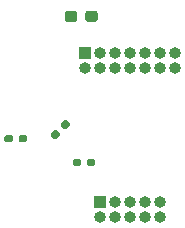
<source format=gbr>
%TF.GenerationSoftware,KiCad,Pcbnew,(5.1.8)-1*%
%TF.CreationDate,2021-11-17T13:18:44-05:00*%
%TF.ProjectId,impedance_measurement,696d7065-6461-46e6-9365-5f6d65617375,rev?*%
%TF.SameCoordinates,Original*%
%TF.FileFunction,Soldermask,Bot*%
%TF.FilePolarity,Negative*%
%FSLAX46Y46*%
G04 Gerber Fmt 4.6, Leading zero omitted, Abs format (unit mm)*
G04 Created by KiCad (PCBNEW (5.1.8)-1) date 2021-11-17 13:18:44*
%MOMM*%
%LPD*%
G01*
G04 APERTURE LIST*
%ADD10O,1.000000X1.000000*%
%ADD11R,1.000000X1.000000*%
G04 APERTURE END LIST*
%TO.C,R10*%
G36*
G01*
X122060000Y-115680000D02*
X122060000Y-116000000D01*
G75*
G02*
X121900000Y-116160000I-160000J0D01*
G01*
X121505000Y-116160000D01*
G75*
G02*
X121345000Y-116000000I0J160000D01*
G01*
X121345000Y-115680000D01*
G75*
G02*
X121505000Y-115520000I160000J0D01*
G01*
X121900000Y-115520000D01*
G75*
G02*
X122060000Y-115680000I0J-160000D01*
G01*
G37*
G36*
G01*
X123255000Y-115680000D02*
X123255000Y-116000000D01*
G75*
G02*
X123095000Y-116160000I-160000J0D01*
G01*
X122700000Y-116160000D01*
G75*
G02*
X122540000Y-116000000I0J160000D01*
G01*
X122540000Y-115680000D01*
G75*
G02*
X122700000Y-115520000I160000J0D01*
G01*
X123095000Y-115520000D01*
G75*
G02*
X123255000Y-115680000I0J-160000D01*
G01*
G37*
%TD*%
%TO.C,R9*%
G36*
G01*
X128320000Y-118010000D02*
X128320000Y-117690000D01*
G75*
G02*
X128480000Y-117530000I160000J0D01*
G01*
X128875000Y-117530000D01*
G75*
G02*
X129035000Y-117690000I0J-160000D01*
G01*
X129035000Y-118010000D01*
G75*
G02*
X128875000Y-118170000I-160000J0D01*
G01*
X128480000Y-118170000D01*
G75*
G02*
X128320000Y-118010000I0J160000D01*
G01*
G37*
G36*
G01*
X127125000Y-118010000D02*
X127125000Y-117690000D01*
G75*
G02*
X127285000Y-117530000I160000J0D01*
G01*
X127680000Y-117530000D01*
G75*
G02*
X127840000Y-117690000I0J-160000D01*
G01*
X127840000Y-118010000D01*
G75*
G02*
X127680000Y-118170000I-160000J0D01*
G01*
X127285000Y-118170000D01*
G75*
G02*
X127125000Y-118010000I0J160000D01*
G01*
G37*
%TD*%
%TO.C,R7*%
G36*
G01*
X125797158Y-115116568D02*
X126023432Y-115342842D01*
G75*
G02*
X126023432Y-115569116I-113137J-113137D01*
G01*
X125744124Y-115848424D01*
G75*
G02*
X125517850Y-115848424I-113137J113137D01*
G01*
X125291576Y-115622150D01*
G75*
G02*
X125291576Y-115395876I113137J113137D01*
G01*
X125570884Y-115116568D01*
G75*
G02*
X125797158Y-115116568I113137J-113137D01*
G01*
G37*
G36*
G01*
X126642150Y-114271576D02*
X126868424Y-114497850D01*
G75*
G02*
X126868424Y-114724124I-113137J-113137D01*
G01*
X126589116Y-115003432D01*
G75*
G02*
X126362842Y-115003432I-113137J113137D01*
G01*
X126136568Y-114777158D01*
G75*
G02*
X126136568Y-114550884I113137J113137D01*
G01*
X126415876Y-114271576D01*
G75*
G02*
X126642150Y-114271576I113137J-113137D01*
G01*
G37*
%TD*%
D10*
%TO.C,J4*%
X134540000Y-122440000D03*
X134540000Y-121170000D03*
X133270000Y-122440000D03*
X133270000Y-121170000D03*
X132000000Y-122440000D03*
X132000000Y-121170000D03*
X130730000Y-122440000D03*
X130730000Y-121170000D03*
X129460000Y-122440000D03*
D11*
X129460000Y-121170000D03*
%TD*%
D10*
%TO.C,J3*%
X135810000Y-109820000D03*
X135810000Y-108550000D03*
X134540000Y-109820000D03*
X134540000Y-108550000D03*
X133270000Y-109820000D03*
X133270000Y-108550000D03*
X132000000Y-109820000D03*
X132000000Y-108550000D03*
X130730000Y-109820000D03*
X130730000Y-108550000D03*
X129460000Y-109820000D03*
X129460000Y-108550000D03*
X128190000Y-109820000D03*
D11*
X128190000Y-108550000D03*
%TD*%
%TO.C,C6*%
G36*
G01*
X127525000Y-105252500D02*
X127525000Y-105727500D01*
G75*
G02*
X127287500Y-105965000I-237500J0D01*
G01*
X126687500Y-105965000D01*
G75*
G02*
X126450000Y-105727500I0J237500D01*
G01*
X126450000Y-105252500D01*
G75*
G02*
X126687500Y-105015000I237500J0D01*
G01*
X127287500Y-105015000D01*
G75*
G02*
X127525000Y-105252500I0J-237500D01*
G01*
G37*
G36*
G01*
X129250000Y-105252500D02*
X129250000Y-105727500D01*
G75*
G02*
X129012500Y-105965000I-237500J0D01*
G01*
X128412500Y-105965000D01*
G75*
G02*
X128175000Y-105727500I0J237500D01*
G01*
X128175000Y-105252500D01*
G75*
G02*
X128412500Y-105015000I237500J0D01*
G01*
X129012500Y-105015000D01*
G75*
G02*
X129250000Y-105252500I0J-237500D01*
G01*
G37*
%TD*%
M02*

</source>
